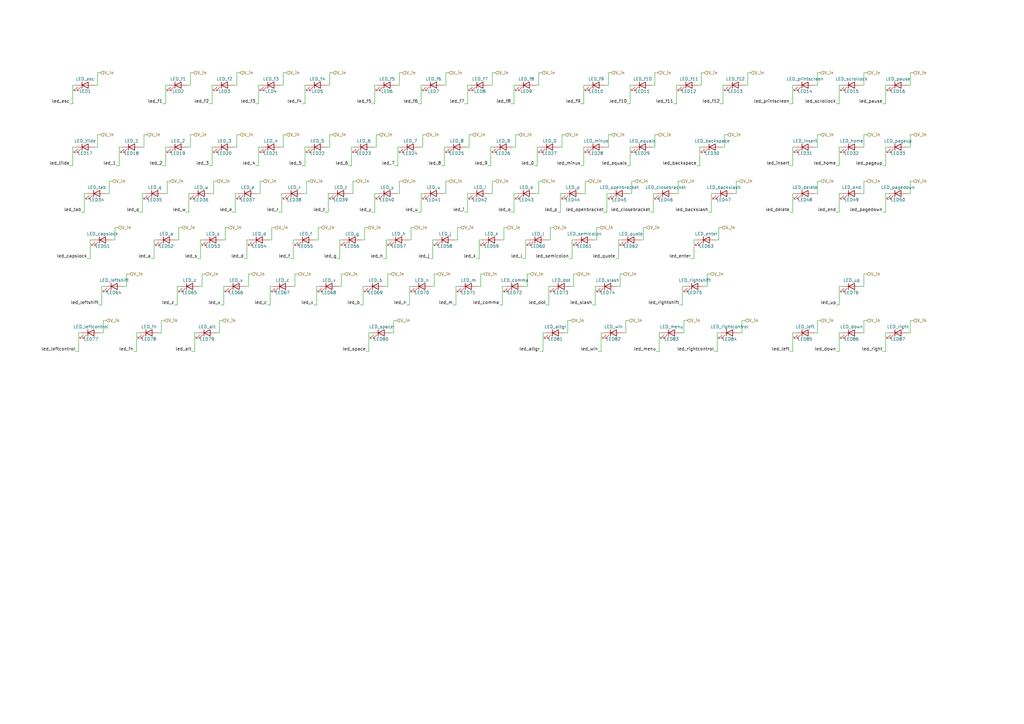
<source format=kicad_sch>
(kicad_sch (version 20250114) (generator "eeschema") (generator_version "9.0")
  (paper "A3")
  (symbol (lib_id "Device:LED") (at 34.92000 34.92000 0.00000) (unit 1)
    (property "Reference" "LED1" (at 34.92000 37.46000 0.00000))
    (property "Value" "LED_esc" (at 34.92000 32.38000 0.00000))
    (property "Footprint" "footprints:LED3mm" (effects (hide yes)))
    (property "Description" "Light emitting diode" (effects (hide yes)))
  )
  (wire (pts (xy 38.73000 34.92000) (xy 40.00000 34.92000)))
  (wire (pts (xy 40.00000 34.92000) (xy 40.00000 29.84000)))
  (wire (pts (xy 40.00000 29.84000) (xy 41.27000 29.84000)))
  (hierarchical_label "V_in" (shape input) (at 41.27000 29.84000 0.00000))
  (wire (pts (xy 31.11000 34.92000) (xy 29.84000 34.92000)))
  (wire (pts (xy 29.84000 34.92000) (xy 29.84000 42.54000)))
  (wire (pts (xy 29.84000 42.54000) (xy 28.57000 42.54000)))
  (label "led_esc" (at 28.57000 42.54000 180.00000))
  (symbol (lib_id "Device:LED") (at 73.03000 34.92000 0.00000) (unit 1)
    (property "Reference" "LED2" (at 73.03000 37.46000 0.00000))
    (property "Value" "LED_f1" (at 73.03000 32.38000 0.00000))
    (property "Footprint" "footprints:LED3mm" (effects (hide yes)))
    (property "Description" "Light emitting diode" (effects (hide yes)))
  )
  (wire (pts (xy 76.84000 34.92000) (xy 78.11000 34.92000)))
  (wire (pts (xy 78.11000 34.92000) (xy 78.11000 29.84000)))
  (wire (pts (xy 78.11000 29.84000) (xy 79.38000 29.84000)))
  (hierarchical_label "V_in" (shape input) (at 79.38000 29.84000 0.00000))
  (wire (pts (xy 69.22000 34.92000) (xy 67.95000 34.92000)))
  (wire (pts (xy 67.95000 34.92000) (xy 67.95000 42.54000)))
  (wire (pts (xy 67.95000 42.54000) (xy 66.68000 42.54000)))
  (label "led_f1" (at 66.68000 42.54000 180.00000))
  (symbol (lib_id "Device:LED") (at 92.07000 34.92000 0.00000) (unit 1)
    (property "Reference" "LED3" (at 92.07000 37.46000 0.00000))
    (property "Value" "LED_f2" (at 92.07000 32.38000 0.00000))
    (property "Footprint" "footprints:LED3mm" (effects (hide yes)))
    (property "Description" "Light emitting diode" (effects (hide yes)))
  )
  (wire (pts (xy 95.88000 34.92000) (xy 97.15000 34.92000)))
  (wire (pts (xy 97.15000 34.92000) (xy 97.15000 29.84000)))
  (wire (pts (xy 97.15000 29.84000) (xy 98.42000 29.84000)))
  (hierarchical_label "V_in" (shape input) (at 98.42000 29.84000 0.00000))
  (wire (pts (xy 88.26000 34.92000) (xy 86.99000 34.92000)))
  (wire (pts (xy 86.99000 34.92000) (xy 86.99000 42.54000)))
  (wire (pts (xy 86.99000 42.54000) (xy 85.72000 42.54000)))
  (label "led_f2" (at 85.72000 42.54000 180.00000))
  (symbol (lib_id "Device:LED") (at 111.12000 34.92000 0.00000) (unit 1)
    (property "Reference" "LED4" (at 111.12000 37.46000 0.00000))
    (property "Value" "LED_f3" (at 111.12000 32.38000 0.00000))
    (property "Footprint" "footprints:LED3mm" (effects (hide yes)))
    (property "Description" "Light emitting diode" (effects (hide yes)))
  )
  (wire (pts (xy 114.93000 34.92000) (xy 116.20000 34.92000)))
  (wire (pts (xy 116.20000 34.92000) (xy 116.20000 29.84000)))
  (wire (pts (xy 116.20000 29.84000) (xy 117.47000 29.84000)))
  (hierarchical_label "V_in" (shape input) (at 117.47000 29.84000 0.00000))
  (wire (pts (xy 107.31000 34.92000) (xy 106.04000 34.92000)))
  (wire (pts (xy 106.04000 34.92000) (xy 106.04000 42.54000)))
  (wire (pts (xy 106.04000 42.54000) (xy 104.77000 42.54000)))
  (label "led_f3" (at 104.77000 42.54000 180.00000))
  (symbol (lib_id "Device:LED") (at 130.18000 34.92000 0.00000) (unit 1)
    (property "Reference" "LED5" (at 130.18000 37.46000 0.00000))
    (property "Value" "LED_f4" (at 130.18000 32.38000 0.00000))
    (property "Footprint" "footprints:LED3mm" (effects (hide yes)))
    (property "Description" "Light emitting diode" (effects (hide yes)))
  )
  (wire (pts (xy 133.99000 34.92000) (xy 135.26000 34.92000)))
  (wire (pts (xy 135.26000 34.92000) (xy 135.26000 29.84000)))
  (wire (pts (xy 135.26000 29.84000) (xy 136.53000 29.84000)))
  (hierarchical_label "V_in" (shape input) (at 136.53000 29.84000 0.00000))
  (wire (pts (xy 126.37000 34.92000) (xy 125.10000 34.92000)))
  (wire (pts (xy 125.10000 34.92000) (xy 125.10000 42.54000)))
  (wire (pts (xy 125.10000 42.54000) (xy 123.83000 42.54000)))
  (label "led_f4" (at 123.83000 42.54000 180.00000))
  (symbol (lib_id "Device:LED") (at 158.75000 34.92000 0.00000) (unit 1)
    (property "Reference" "LED6" (at 158.75000 37.46000 0.00000))
    (property "Value" "LED_f5" (at 158.75000 32.38000 0.00000))
    (property "Footprint" "footprints:LED3mm" (effects (hide yes)))
    (property "Description" "Light emitting diode" (effects (hide yes)))
  )
  (wire (pts (xy 162.56000 34.92000) (xy 163.83000 34.92000)))
  (wire (pts (xy 163.83000 34.92000) (xy 163.83000 29.84000)))
  (wire (pts (xy 163.83000 29.84000) (xy 165.10000 29.84000)))
  (hierarchical_label "V_in" (shape input) (at 165.10000 29.84000 0.00000))
  (wire (pts (xy 154.94000 34.92000) (xy 153.67000 34.92000)))
  (wire (pts (xy 153.67000 34.92000) (xy 153.67000 42.54000)))
  (wire (pts (xy 153.67000 42.54000) (xy 152.40000 42.54000)))
  (label "led_f5" (at 152.40000 42.54000 180.00000))
  (symbol (lib_id "Device:LED") (at 177.80000 34.92000 0.00000) (unit 1)
    (property "Reference" "LED7" (at 177.80000 37.46000 0.00000))
    (property "Value" "LED_f6" (at 177.80000 32.38000 0.00000))
    (property "Footprint" "footprints:LED3mm" (effects (hide yes)))
    (property "Description" "Light emitting diode" (effects (hide yes)))
  )
  (wire (pts (xy 181.61000 34.92000) (xy 182.88000 34.92000)))
  (wire (pts (xy 182.88000 34.92000) (xy 182.88000 29.84000)))
  (wire (pts (xy 182.88000 29.84000) (xy 184.15000 29.84000)))
  (hierarchical_label "V_in" (shape input) (at 184.15000 29.84000 0.00000))
  (wire (pts (xy 173.99000 34.92000) (xy 172.72000 34.92000)))
  (wire (pts (xy 172.72000 34.92000) (xy 172.72000 42.54000)))
  (wire (pts (xy 172.72000 42.54000) (xy 171.45000 42.54000)))
  (label "led_f6" (at 171.45000 42.54000 180.00000))
  (symbol (lib_id "Device:LED") (at 196.85000 34.92000 0.00000) (unit 1)
    (property "Reference" "LED8" (at 196.85000 37.46000 0.00000))
    (property "Value" "LED_f7" (at 196.85000 32.38000 0.00000))
    (property "Footprint" "footprints:LED3mm" (effects (hide yes)))
    (property "Description" "Light emitting diode" (effects (hide yes)))
  )
  (wire (pts (xy 200.66000 34.92000) (xy 201.93000 34.92000)))
  (wire (pts (xy 201.93000 34.92000) (xy 201.93000 29.84000)))
  (wire (pts (xy 201.93000 29.84000) (xy 203.20000 29.84000)))
  (hierarchical_label "V_in" (shape input) (at 203.20000 29.84000 0.00000))
  (wire (pts (xy 193.04000 34.92000) (xy 191.77000 34.92000)))
  (wire (pts (xy 191.77000 34.92000) (xy 191.77000 42.54000)))
  (wire (pts (xy 191.77000 42.54000) (xy 190.50000 42.54000)))
  (label "led_f7" (at 190.50000 42.54000 180.00000))
  (symbol (lib_id "Device:LED") (at 215.90000 34.92000 0.00000) (unit 1)
    (property "Reference" "LED9" (at 215.90000 37.46000 0.00000))
    (property "Value" "LED_f8" (at 215.90000 32.38000 0.00000))
    (property "Footprint" "footprints:LED3mm" (effects (hide yes)))
    (property "Description" "Light emitting diode" (effects (hide yes)))
  )
  (wire (pts (xy 219.71000 34.92000) (xy 220.98000 34.92000)))
  (wire (pts (xy 220.98000 34.92000) (xy 220.98000 29.84000)))
  (wire (pts (xy 220.98000 29.84000) (xy 222.25000 29.84000)))
  (hierarchical_label "V_in" (shape input) (at 222.25000 29.84000 0.00000))
  (wire (pts (xy 212.09000 34.92000) (xy 210.82000 34.92000)))
  (wire (pts (xy 210.82000 34.92000) (xy 210.82000 42.54000)))
  (wire (pts (xy 210.82000 42.54000) (xy 209.55000 42.54000)))
  (label "led_f8" (at 209.55000 42.54000 180.00000))
  (symbol (lib_id "Device:LED") (at 244.48000 34.92000 0.00000) (unit 1)
    (property "Reference" "LED10" (at 244.48000 37.46000 0.00000))
    (property "Value" "LED_f9" (at 244.48000 32.38000 0.00000))
    (property "Footprint" "footprints:LED3mm" (effects (hide yes)))
    (property "Description" "Light emitting diode" (effects (hide yes)))
  )
  (wire (pts (xy 248.29000 34.92000) (xy 249.56000 34.92000)))
  (wire (pts (xy 249.56000 34.92000) (xy 249.56000 29.84000)))
  (wire (pts (xy 249.56000 29.84000) (xy 250.83000 29.84000)))
  (hierarchical_label "V_in" (shape input) (at 250.83000 29.84000 0.00000))
  (wire (pts (xy 240.67000 34.92000) (xy 239.40000 34.92000)))
  (wire (pts (xy 239.40000 34.92000) (xy 239.40000 42.54000)))
  (wire (pts (xy 239.40000 42.54000) (xy 238.13000 42.54000)))
  (label "led_f9" (at 238.13000 42.54000 180.00000))
  (symbol (lib_id "Device:LED") (at 263.52000 34.92000 0.00000) (unit 1)
    (property "Reference" "LED11" (at 263.52000 37.46000 0.00000))
    (property "Value" "LED_f10" (at 263.52000 32.38000 0.00000))
    (property "Footprint" "footprints:LED3mm" (effects (hide yes)))
    (property "Description" "Light emitting diode" (effects (hide yes)))
  )
  (wire (pts (xy 267.33000 34.92000) (xy 268.60000 34.92000)))
  (wire (pts (xy 268.60000 34.92000) (xy 268.60000 29.84000)))
  (wire (pts (xy 268.60000 29.84000) (xy 269.87000 29.84000)))
  (hierarchical_label "V_in" (shape input) (at 269.87000 29.84000 0.00000))
  (wire (pts (xy 259.71000 34.92000) (xy 258.44000 34.92000)))
  (wire (pts (xy 258.44000 34.92000) (xy 258.44000 42.54000)))
  (wire (pts (xy 258.44000 42.54000) (xy 257.17000 42.54000)))
  (label "led_f10" (at 257.17000 42.54000 180.00000))
  (symbol (lib_id "Device:LED") (at 282.57000 34.92000 0.00000) (unit 1)
    (property "Reference" "LED12" (at 282.57000 37.46000 0.00000))
    (property "Value" "LED_f11" (at 282.57000 32.38000 0.00000))
    (property "Footprint" "footprints:LED3mm" (effects (hide yes)))
    (property "Description" "Light emitting diode" (effects (hide yes)))
  )
  (wire (pts (xy 286.38000 34.92000) (xy 287.65000 34.92000)))
  (wire (pts (xy 287.65000 34.92000) (xy 287.65000 29.84000)))
  (wire (pts (xy 287.65000 29.84000) (xy 288.92000 29.84000)))
  (hierarchical_label "V_in" (shape input) (at 288.92000 29.84000 0.00000))
  (wire (pts (xy 278.76000 34.92000) (xy 277.49000 34.92000)))
  (wire (pts (xy 277.49000 34.92000) (xy 277.49000 42.54000)))
  (wire (pts (xy 277.49000 42.54000) (xy 276.22000 42.54000)))
  (label "led_f11" (at 276.22000 42.54000 180.00000))
  (symbol (lib_id "Device:LED") (at 301.62000 34.92000 0.00000) (unit 1)
    (property "Reference" "LED13" (at 301.62000 37.46000 0.00000))
    (property "Value" "LED_f12" (at 301.62000 32.38000 0.00000))
    (property "Footprint" "footprints:LED3mm" (effects (hide yes)))
    (property "Description" "Light emitting diode" (effects (hide yes)))
  )
  (wire (pts (xy 305.43000 34.92000) (xy 306.70000 34.92000)))
  (wire (pts (xy 306.70000 34.92000) (xy 306.70000 29.84000)))
  (wire (pts (xy 306.70000 29.84000) (xy 307.97000 29.84000)))
  (hierarchical_label "V_in" (shape input) (at 307.97000 29.84000 0.00000))
  (wire (pts (xy 297.81000 34.92000) (xy 296.54000 34.92000)))
  (wire (pts (xy 296.54000 34.92000) (xy 296.54000 42.54000)))
  (wire (pts (xy 296.54000 42.54000) (xy 295.27000 42.54000)))
  (label "led_f12" (at 295.27000 42.54000 180.00000))
  (symbol (lib_id "Device:LED") (at 330.20000 34.92000 0.00000) (unit 1)
    (property "Reference" "LED14" (at 330.20000 37.46000 0.00000))
    (property "Value" "LED_printscreen" (at 330.20000 32.38000 0.00000))
    (property "Footprint" "footprints:LED3mm" (effects (hide yes)))
    (property "Description" "Light emitting diode" (effects (hide yes)))
  )
  (wire (pts (xy 334.01000 34.92000) (xy 335.28000 34.92000)))
  (wire (pts (xy 335.28000 34.92000) (xy 335.28000 29.84000)))
  (wire (pts (xy 335.28000 29.84000) (xy 336.55000 29.84000)))
  (hierarchical_label "V_in" (shape input) (at 336.55000 29.84000 0.00000))
  (wire (pts (xy 326.39000 34.92000) (xy 325.12000 34.92000)))
  (wire (pts (xy 325.12000 34.92000) (xy 325.12000 42.54000)))
  (wire (pts (xy 325.12000 42.54000) (xy 323.85000 42.54000)))
  (label "led_printscreen" (at 323.85000 42.54000 180.00000))
  (symbol (lib_id "Device:LED") (at 349.25000 34.92000 0.00000) (unit 1)
    (property "Reference" "LED15" (at 349.25000 37.46000 0.00000))
    (property "Value" "LED_scrollock" (at 349.25000 32.38000 0.00000))
    (property "Footprint" "footprints:LED3mm" (effects (hide yes)))
    (property "Description" "Light emitting diode" (effects (hide yes)))
  )
  (wire (pts (xy 353.06000 34.92000) (xy 354.33000 34.92000)))
  (wire (pts (xy 354.33000 34.92000) (xy 354.33000 29.84000)))
  (wire (pts (xy 354.33000 29.84000) (xy 355.60000 29.84000)))
  (hierarchical_label "V_in" (shape input) (at 355.60000 29.84000 0.00000))
  (wire (pts (xy 345.44000 34.92000) (xy 344.17000 34.92000)))
  (wire (pts (xy 344.17000 34.92000) (xy 344.17000 42.54000)))
  (wire (pts (xy 344.17000 42.54000) (xy 342.90000 42.54000)))
  (label "led_scrollock" (at 342.90000 42.54000 180.00000))
  (symbol (lib_id "Device:LED") (at 368.30000 34.92000 0.00000) (unit 1)
    (property "Reference" "LED16" (at 368.30000 37.46000 0.00000))
    (property "Value" "LED_pause" (at 368.30000 32.38000 0.00000))
    (property "Footprint" "footprints:LED3mm" (effects (hide yes)))
    (property "Description" "Light emitting diode" (effects (hide yes)))
  )
  (wire (pts (xy 372.11000 34.92000) (xy 373.38000 34.92000)))
  (wire (pts (xy 373.38000 34.92000) (xy 373.38000 29.84000)))
  (wire (pts (xy 373.38000 29.84000) (xy 374.65000 29.84000)))
  (hierarchical_label "V_in" (shape input) (at 374.65000 29.84000 0.00000))
  (wire (pts (xy 364.49000 34.92000) (xy 363.22000 34.92000)))
  (wire (pts (xy 363.22000 34.92000) (xy 363.22000 42.54000)))
  (wire (pts (xy 363.22000 42.54000) (xy 361.95000 42.54000)))
  (label "led_pause" (at 361.95000 42.54000 180.00000))
  (symbol (lib_id "Device:LED") (at 34.92000 60.32000 0.00000) (unit 1)
    (property "Reference" "LED17" (at 34.92000 62.86000 0.00000))
    (property "Value" "LED_tilde" (at 34.92000 57.78000 0.00000))
    (property "Footprint" "footprints:LED3mm" (effects (hide yes)))
    (property "Description" "Light emitting diode" (effects (hide yes)))
  )
  (wire (pts (xy 38.73000 60.32000) (xy 40.00000 60.32000)))
  (wire (pts (xy 40.00000 60.32000) (xy 40.00000 55.24000)))
  (wire (pts (xy 40.00000 55.24000) (xy 41.27000 55.24000)))
  (hierarchical_label "V_in" (shape input) (at 41.27000 55.24000 0.00000))
  (wire (pts (xy 31.11000 60.32000) (xy 29.84000 60.32000)))
  (wire (pts (xy 29.84000 60.32000) (xy 29.84000 67.94000)))
  (wire (pts (xy 29.84000 67.94000) (xy 28.57000 67.94000)))
  (label "led_tilde" (at 28.57000 67.94000 180.00000))
  (symbol (lib_id "Device:LED") (at 53.98000 60.32000 0.00000) (unit 1)
    (property "Reference" "LED18" (at 53.98000 62.86000 0.00000))
    (property "Value" "LED_1" (at 53.98000 57.78000 0.00000))
    (property "Footprint" "footprints:LED3mm" (effects (hide yes)))
    (property "Description" "Light emitting diode" (effects (hide yes)))
  )
  (wire (pts (xy 57.79000 60.32000) (xy 59.06000 60.32000)))
  (wire (pts (xy 59.06000 60.32000) (xy 59.06000 55.24000)))
  (wire (pts (xy 59.06000 55.24000) (xy 60.33000 55.24000)))
  (hierarchical_label "V_in" (shape input) (at 60.33000 55.24000 0.00000))
  (wire (pts (xy 50.17000 60.32000) (xy 48.90000 60.32000)))
  (wire (pts (xy 48.90000 60.32000) (xy 48.90000 67.94000)))
  (wire (pts (xy 48.90000 67.94000) (xy 47.63000 67.94000)))
  (label "led_1" (at 47.63000 67.94000 180.00000))
  (symbol (lib_id "Device:LED") (at 73.03000 60.32000 0.00000) (unit 1)
    (property "Reference" "LED19" (at 73.03000 62.86000 0.00000))
    (property "Value" "LED_2" (at 73.03000 57.78000 0.00000))
    (property "Footprint" "footprints:LED3mm" (effects (hide yes)))
    (property "Description" "Light emitting diode" (effects (hide yes)))
  )
  (wire (pts (xy 76.84000 60.32000) (xy 78.11000 60.32000)))
  (wire (pts (xy 78.11000 60.32000) (xy 78.11000 55.24000)))
  (wire (pts (xy 78.11000 55.24000) (xy 79.38000 55.24000)))
  (hierarchical_label "V_in" (shape input) (at 79.38000 55.24000 0.00000))
  (wire (pts (xy 69.22000 60.32000) (xy 67.95000 60.32000)))
  (wire (pts (xy 67.95000 60.32000) (xy 67.95000 67.94000)))
  (wire (pts (xy 67.95000 67.94000) (xy 66.68000 67.94000)))
  (label "led_2" (at 66.68000 67.94000 180.00000))
  (symbol (lib_id "Device:LED") (at 92.07000 60.32000 0.00000) (unit 1)
    (property "Reference" "LED20" (at 92.07000 62.86000 0.00000))
    (property "Value" "LED_3" (at 92.07000 57.78000 0.00000))
    (property "Footprint" "footprints:LED3mm" (effects (hide yes)))
    (property "Description" "Light emitting diode" (effects (hide yes)))
  )
  (wire (pts (xy 95.88000 60.32000) (xy 97.15000 60.32000)))
  (wire (pts (xy 97.15000 60.32000) (xy 97.15000 55.24000)))
  (wire (pts (xy 97.15000 55.24000) (xy 98.42000 55.24000)))
  (hierarchical_label "V_in" (shape input) (at 98.42000 55.24000 0.00000))
  (wire (pts (xy 88.26000 60.32000) (xy 86.99000 60.32000)))
  (wire (pts (xy 86.99000 60.32000) (xy 86.99000 67.94000)))
  (wire (pts (xy 86.99000 67.94000) (xy 85.72000 67.94000)))
  (label "led_3" (at 85.72000 67.94000 180.00000))
  (symbol (lib_id "Device:LED") (at 111.12000 60.32000 0.00000) (unit 1)
    (property "Reference" "LED21" (at 111.12000 62.86000 0.00000))
    (property "Value" "LED_4" (at 111.12000 57.78000 0.00000))
    (property "Footprint" "footprints:LED3mm" (effects (hide yes)))
    (property "Description" "Light emitting diode" (effects (hide yes)))
  )
  (wire (pts (xy 114.93000 60.32000) (xy 116.20000 60.32000)))
  (wire (pts (xy 116.20000 60.32000) (xy 116.20000 55.24000)))
  (wire (pts (xy 116.20000 55.24000) (xy 117.47000 55.24000)))
  (hierarchical_label "V_in" (shape input) (at 117.47000 55.24000 0.00000))
  (wire (pts (xy 107.31000 60.32000) (xy 106.04000 60.32000)))
  (wire (pts (xy 106.04000 60.32000) (xy 106.04000 67.94000)))
  (wire (pts (xy 106.04000 67.94000) (xy 104.77000 67.94000)))
  (label "led_4" (at 104.77000 67.94000 180.00000))
  (symbol (lib_id "Device:LED") (at 130.18000 60.32000 0.00000) (unit 1)
    (property "Reference" "LED22" (at 130.18000 62.86000 0.00000))
    (property "Value" "LED_5" (at 130.18000 57.78000 0.00000))
    (property "Footprint" "footprints:LED3mm" (effects (hide yes)))
    (property "Description" "Light emitting diode" (effects (hide yes)))
  )
  (wire (pts (xy 133.99000 60.32000) (xy 135.26000 60.32000)))
  (wire (pts (xy 135.26000 60.32000) (xy 135.26000 55.24000)))
  (wire (pts (xy 135.26000 55.24000) (xy 136.53000 55.24000)))
  (hierarchical_label "V_in" (shape input) (at 136.53000 55.24000 0.00000))
  (wire (pts (xy 126.37000 60.32000) (xy 125.10000 60.32000)))
  (wire (pts (xy 125.10000 60.32000) (xy 125.10000 67.94000)))
  (wire (pts (xy 125.10000 67.94000) (xy 123.83000 67.94000)))
  (label "led_5" (at 123.83000 67.94000 180.00000))
  (symbol (lib_id "Device:LED") (at 149.22000 60.32000 0.00000) (unit 1)
    (property "Reference" "LED23" (at 149.22000 62.86000 0.00000))
    (property "Value" "LED_6" (at 149.22000 57.78000 0.00000))
    (property "Footprint" "footprints:LED3mm" (effects (hide yes)))
    (property "Description" "Light emitting diode" (effects (hide yes)))
  )
  (wire (pts (xy 153.03000 60.32000) (xy 154.30000 60.32000)))
  (wire (pts (xy 154.30000 60.32000) (xy 154.30000 55.24000)))
  (wire (pts (xy 154.30000 55.24000) (xy 155.57000 55.24000)))
  (hierarchical_label "V_in" (shape input) (at 155.57000 55.24000 0.00000))
  (wire (pts (xy 145.41000 60.32000) (xy 144.14000 60.32000)))
  (wire (pts (xy 144.14000 60.32000) (xy 144.14000 67.94000)))
  (wire (pts (xy 144.14000 67.94000) (xy 142.87000 67.94000)))
  (label "led_6" (at 142.87000 67.94000 180.00000))
  (symbol (lib_id "Device:LED") (at 168.28000 60.32000 0.00000) (unit 1)
    (property "Reference" "LED24" (at 168.28000 62.86000 0.00000))
    (property "Value" "LED_7" (at 168.28000 57.78000 0.00000))
    (property "Footprint" "footprints:LED3mm" (effects (hide yes)))
    (property "Description" "Light emitting diode" (effects (hide yes)))
  )
  (wire (pts (xy 172.09000 60.32000) (xy 173.36000 60.32000)))
  (wire (pts (xy 173.36000 60.32000) (xy 173.36000 55.24000)))
  (wire (pts (xy 173.36000 55.24000) (xy 174.63000 55.24000)))
  (hierarchical_label "V_in" (shape input) (at 174.63000 55.24000 0.00000))
  (wire (pts (xy 164.47000 60.32000) (xy 163.20000 60.32000)))
  (wire (pts (xy 163.20000 60.32000) (xy 163.20000 67.94000)))
  (wire (pts (xy 163.20000 67.94000) (xy 161.93000 67.94000)))
  (label "led_7" (at 161.93000 67.94000 180.00000))
  (symbol (lib_id "Device:LED") (at 187.33000 60.32000 0.00000) (unit 1)
    (property "Reference" "LED25" (at 187.33000 62.86000 0.00000))
    (property "Value" "LED_8" (at 187.33000 57.78000 0.00000))
    (property "Footprint" "footprints:LED3mm" (effects (hide yes)))
    (property "Description" "Light emitting diode" (effects (hide yes)))
  )
  (wire (pts (xy 191.14000 60.32000) (xy 192.41000 60.32000)))
  (wire (pts (xy 192.41000 60.32000) (xy 192.41000 55.24000)))
  (wire (pts (xy 192.41000 55.24000) (xy 193.68000 55.24000)))
  (hierarchical_label "V_in" (shape input) (at 193.68000 55.24000 0.00000))
  (wire (pts (xy 183.52000 60.32000) (xy 182.25000 60.32000)))
  (wire (pts (xy 182.25000 60.32000) (xy 182.25000 67.94000)))
  (wire (pts (xy 182.25000 67.94000) (xy 180.98000 67.94000)))
  (label "led_8" (at 180.98000 67.94000 180.00000))
  (symbol (lib_id "Device:LED") (at 206.38000 60.32000 0.00000) (unit 1)
    (property "Reference" "LED26" (at 206.38000 62.86000 0.00000))
    (property "Value" "LED_9" (at 206.38000 57.78000 0.00000))
    (property "Footprint" "footprints:LED3mm" (effects (hide yes)))
    (property "Description" "Light emitting diode" (effects (hide yes)))
  )
  (wire (pts (xy 210.19000 60.32000) (xy 211.46000 60.32000)))
  (wire (pts (xy 211.46000 60.32000) (xy 211.46000 55.24000)))
  (wire (pts (xy 211.46000 55.24000) (xy 212.73000 55.24000)))
  (hierarchical_label "V_in" (shape input) (at 212.73000 55.24000 0.00000))
  (wire (pts (xy 202.57000 60.32000) (xy 201.30000 60.32000)))
  (wire (pts (xy 201.30000 60.32000) (xy 201.30000 67.94000)))
  (wire (pts (xy 201.30000 67.94000) (xy 200.03000 67.94000)))
  (label "led_9" (at 200.03000 67.94000 180.00000))
  (symbol (lib_id "Device:LED") (at 225.43000 60.32000 0.00000) (unit 1)
    (property "Reference" "LED27" (at 225.43000 62.86000 0.00000))
    (property "Value" "LED_0" (at 225.43000 57.78000 0.00000))
    (property "Footprint" "footprints:LED3mm" (effects (hide yes)))
    (property "Description" "Light emitting diode" (effects (hide yes)))
  )
  (wire (pts (xy 229.24000 60.32000) (xy 230.51000 60.32000)))
  (wire (pts (xy 230.51000 60.32000) (xy 230.51000 55.24000)))
  (wire (pts (xy 230.51000 55.24000) (xy 231.78000 55.24000)))
  (hierarchical_label "V_in" (shape input) (at 231.78000 55.24000 0.00000))
  (wire (pts (xy 221.62000 60.32000) (xy 220.35000 60.32000)))
  (wire (pts (xy 220.35000 60.32000) (xy 220.35000 67.94000)))
  (wire (pts (xy 220.35000 67.94000) (xy 219.08000 67.94000)))
  (label "led_0" (at 219.08000 67.94000 180.00000))
  (symbol (lib_id "Device:LED") (at 244.48000 60.32000 0.00000) (unit 1)
    (property "Reference" "LED28" (at 244.48000 62.86000 0.00000))
    (property "Value" "LED_minus" (at 244.48000 57.78000 0.00000))
    (property "Footprint" "footprints:LED3mm" (effects (hide yes)))
    (property "Description" "Light emitting diode" (effects (hide yes)))
  )
  (wire (pts (xy 248.29000 60.32000) (xy 249.56000 60.32000)))
  (wire (pts (xy 249.56000 60.32000) (xy 249.56000 55.24000)))
  (wire (pts (xy 249.56000 55.24000) (xy 250.83000 55.24000)))
  (hierarchical_label "V_in" (shape input) (at 250.83000 55.24000 0.00000))
  (wire (pts (xy 240.67000 60.32000) (xy 239.40000 60.32000)))
  (wire (pts (xy 239.40000 60.32000) (xy 239.40000 67.94000)))
  (wire (pts (xy 239.40000 67.94000) (xy 238.13000 67.94000)))
  (label "led_minus" (at 238.13000 67.94000 180.00000))
  (symbol (lib_id "Device:LED") (at 263.52000 60.32000 0.00000) (unit 1)
    (property "Reference" "LED29" (at 263.52000 62.86000 0.00000))
    (property "Value" "LED_equals" (at 263.52000 57.78000 0.00000))
    (property "Footprint" "footprints:LED3mm" (effects (hide yes)))
    (property "Description" "Light emitting diode" (effects (hide yes)))
  )
  (wire (pts (xy 267.33000 60.32000) (xy 268.60000 60.32000)))
  (wire (pts (xy 268.60000 60.32000) (xy 268.60000 55.24000)))
  (wire (pts (xy 268.60000 55.24000) (xy 269.87000 55.24000)))
  (hierarchical_label "V_in" (shape input) (at 269.87000 55.24000 0.00000))
  (wire (pts (xy 259.71000 60.32000) (xy 258.44000 60.32000)))
  (wire (pts (xy 258.44000 60.32000) (xy 258.44000 67.94000)))
  (wire (pts (xy 258.44000 67.94000) (xy 257.17000 67.94000)))
  (label "led_equals" (at 257.17000 67.94000 180.00000))
  (symbol (lib_id "Device:LED") (at 292.10000 60.32000 0.00000) (unit 1)
    (property "Reference" "LED30" (at 292.10000 62.86000 0.00000))
    (property "Value" "LED_backspace" (at 292.10000 57.78000 0.00000))
    (property "Footprint" "footprints:LED3mm" (effects (hide yes)))
    (property "Description" "Light emitting diode" (effects (hide yes)))
  )
  (wire (pts (xy 295.91000 60.32000) (xy 297.18000 60.32000)))
  (wire (pts (xy 297.18000 60.32000) (xy 297.18000 55.24000)))
  (wire (pts (xy 297.18000 55.24000) (xy 298.45000 55.24000)))
  (hierarchical_label "V_in" (shape input) (at 298.45000 55.24000 0.00000))
  (wire (pts (xy 288.29000 60.32000) (xy 287.02000 60.32000)))
  (wire (pts (xy 287.02000 60.32000) (xy 287.02000 67.94000)))
  (wire (pts (xy 287.02000 67.94000) (xy 285.75000 67.94000)))
  (label "led_backspace" (at 285.75000 67.94000 180.00000))
  (symbol (lib_id "Device:LED") (at 330.20000 60.32000 0.00000) (unit 1)
    (property "Reference" "LED31" (at 330.20000 62.86000 0.00000))
    (property "Value" "LED_insert" (at 330.20000 57.78000 0.00000))
    (property "Footprint" "footprints:LED3mm" (effects (hide yes)))
    (property "Description" "Light emitting diode" (effects (hide yes)))
  )
  (wire (pts (xy 334.01000 60.32000) (xy 335.28000 60.32000)))
  (wire (pts (xy 335.28000 60.32000) (xy 335.28000 55.24000)))
  (wire (pts (xy 335.28000 55.24000) (xy 336.55000 55.24000)))
  (hierarchical_label "V_in" (shape input) (at 336.55000 55.24000 0.00000))
  (wire (pts (xy 326.39000 60.32000) (xy 325.12000 60.32000)))
  (wire (pts (xy 325.12000 60.32000) (xy 325.12000 67.94000)))
  (wire (pts (xy 325.12000 67.94000) (xy 323.85000 67.94000)))
  (label "led_insert" (at 323.85000 67.94000 180.00000))
  (symbol (lib_id "Device:LED") (at 349.25000 60.32000 0.00000) (unit 1)
    (property "Reference" "LED32" (at 349.25000 62.86000 0.00000))
    (property "Value" "LED_home" (at 349.25000 57.78000 0.00000))
    (property "Footprint" "footprints:LED3mm" (effects (hide yes)))
    (property "Description" "Light emitting diode" (effects (hide yes)))
  )
  (wire (pts (xy 353.06000 60.32000) (xy 354.33000 60.32000)))
  (wire (pts (xy 354.33000 60.32000) (xy 354.33000 55.24000)))
  (wire (pts (xy 354.33000 55.24000) (xy 355.60000 55.24000)))
  (hierarchical_label "V_in" (shape input) (at 355.60000 55.24000 0.00000))
  (wire (pts (xy 345.44000 60.32000) (xy 344.17000 60.32000)))
  (wire (pts (xy 344.17000 60.32000) (xy 344.17000 67.94000)))
  (wire (pts (xy 344.17000 67.94000) (xy 342.90000 67.94000)))
  (label "led_home" (at 342.90000 67.94000 180.00000))
  (symbol (lib_id "Device:LED") (at 368.30000 60.32000 0.00000) (unit 1)
    (property "Reference" "LED33" (at 368.30000 62.86000 0.00000))
    (property "Value" "LED_pageup" (at 368.30000 57.78000 0.00000))
    (property "Footprint" "footprints:LED3mm" (effects (hide yes)))
    (property "Description" "Light emitting diode" (effects (hide yes)))
  )
  (wire (pts (xy 372.11000 60.32000) (xy 373.38000 60.32000)))
  (wire (pts (xy 373.38000 60.32000) (xy 373.38000 55.24000)))
  (wire (pts (xy 373.38000 55.24000) (xy 374.65000 55.24000)))
  (hierarchical_label "V_in" (shape input) (at 374.65000 55.24000 0.00000))
  (wire (pts (xy 364.49000 60.32000) (xy 363.22000 60.32000)))
  (wire (pts (xy 363.22000 60.32000) (xy 363.22000 67.94000)))
  (wire (pts (xy 363.22000 67.94000) (xy 361.95000 67.94000)))
  (label "led_pageup" (at 361.95000 67.94000 180.00000))
  (symbol (lib_id "Device:LED") (at 39.69000 79.38000 0.00000) (unit 1)
    (property "Reference" "LED34" (at 39.69000 81.92000 0.00000))
    (property "Value" "LED_tab" (at 39.69000 76.84000 0.00000))
    (property "Footprint" "footprints:LED3mm" (effects (hide yes)))
    (property "Description" "Light emitting diode" (effects (hide yes)))
  )
  (wire (pts (xy 43.50000 79.38000) (xy 44.77000 79.38000)))
  (wire (pts (xy 44.77000 79.38000) (xy 44.77000 74.30000)))
  (wire (pts (xy 44.77000 74.30000) (xy 46.04000 74.30000)))
  (hierarchical_label "V_in" (shape input) (at 46.04000 74.30000 0.00000))
  (wire (pts (xy 35.88000 79.38000) (xy 34.61000 79.38000)))
  (wire (pts (xy 34.61000 79.38000) (xy 34.61000 87.00000)))
  (wire (pts (xy 34.61000 87.00000) (xy 33.34000 87.00000)))
  (label "led_tab" (at 33.34000 87.00000 180.00000))
  (symbol (lib_id "Device:LED") (at 63.50000 79.38000 0.00000) (unit 1)
    (property "Reference" "LED35" (at 63.50000 81.92000 0.00000))
    (property "Value" "LED_q" (at 63.50000 76.84000 0.00000))
    (property "Footprint" "footprints:LED3mm" (effects (hide yes)))
    (property "Description" "Light emitting diode" (effects (hide yes)))
  )
  (wire (pts (xy 67.31000 79.38000) (xy 68.58000 79.38000)))
  (wire (pts (xy 68.58000 79.38000) (xy 68.58000 74.30000)))
  (wire (pts (xy 68.58000 74.30000) (xy 69.85000 74.30000)))
  (hierarchical_label "V_in" (shape input) (at 69.85000 74.30000 0.00000))
  (wire (pts (xy 59.69000 79.38000) (xy 58.42000 79.38000)))
  (wire (pts (xy 58.42000 79.38000) (xy 58.42000 87.00000)))
  (wire (pts (xy 58.42000 87.00000) (xy 57.15000 87.00000)))
  (label "led_q" (at 57.15000 87.00000 180.00000))
  (symbol (lib_id "Device:LED") (at 82.55000 79.38000 0.00000) (unit 1)
    (property "Reference" "LED36" (at 82.55000 81.92000 0.00000))
    (property "Value" "LED_w" (at 82.55000 76.84000 0.00000))
    (property "Footprint" "footprints:LED3mm" (effects (hide yes)))
    (property "Description" "Light emitting diode" (effects (hide yes)))
  )
  (wire (pts (xy 86.36000 79.38000) (xy 87.63000 79.38000)))
  (wire (pts (xy 87.63000 79.38000) (xy 87.63000 74.30000)))
  (wire (pts (xy 87.63000 74.30000) (xy 88.90000 74.30000)))
  (hierarchical_label "V_in" (shape input) (at 88.90000 74.30000 0.00000))
  (wire (pts (xy 78.74000 79.38000) (xy 77.47000 79.38000)))
  (wire (pts (xy 77.47000 79.38000) (xy 77.47000 87.00000)))
  (wire (pts (xy 77.47000 87.00000) (xy 76.20000 87.00000)))
  (label "led_w" (at 76.20000 87.00000 180.00000))
  (symbol (lib_id "Device:LED") (at 101.60000 79.38000 0.00000) (unit 1)
    (property "Reference" "LED37" (at 101.60000 81.92000 0.00000))
    (property "Value" "LED_e" (at 101.60000 76.84000 0.00000))
    (property "Footprint" "footprints:LED3mm" (effects (hide yes)))
    (property "Description" "Light emitting diode" (effects (hide yes)))
  )
  (wire (pts (xy 105.41000 79.38000) (xy 106.68000 79.38000)))
  (wire (pts (xy 106.68000 79.38000) (xy 106.68000 74.30000)))
  (wire (pts (xy 106.68000 74.30000) (xy 107.95000 74.30000)))
  (hierarchical_label "V_in" (shape input) (at 107.95000 74.30000 0.00000))
  (wire (pts (xy 97.79000 79.38000) (xy 96.52000 79.38000)))
  (wire (pts (xy 96.52000 79.38000) (xy 96.52000 87.00000)))
  (wire (pts (xy 96.52000 87.00000) (xy 95.25000 87.00000)))
  (label "led_e" (at 95.25000 87.00000 180.00000))
  (symbol (lib_id "Device:LED") (at 120.65000 79.38000 0.00000) (unit 1)
    (property "Reference" "LED38" (at 120.65000 81.92000 0.00000))
    (property "Value" "LED_r" (at 120.65000 76.84000 0.00000))
    (property "Footprint" "footprints:LED3mm" (effects (hide yes)))
    (property "Description" "Light emitting diode" (effects (hide yes)))
  )
  (wire (pts (xy 124.46000 79.38000) (xy 125.73000 79.38000)))
  (wire (pts (xy 125.73000 79.38000) (xy 125.73000 74.30000)))
  (wire (pts (xy 125.73000 74.30000) (xy 127.00000 74.30000)))
  (hierarchical_label "V_in" (shape input) (at 127.00000 74.30000 0.00000))
  (wire (pts (xy 116.84000 79.38000) (xy 115.57000 79.38000)))
  (wire (pts (xy 115.57000 79.38000) (xy 115.57000 87.00000)))
  (wire (pts (xy 115.57000 87.00000) (xy 114.30000 87.00000)))
  (label "led_r" (at 114.30000 87.00000 180.00000))
  (symbol (lib_id "Device:LED") (at 139.70000 79.38000 0.00000) (unit 1)
    (property "Reference" "LED39" (at 139.70000 81.92000 0.00000))
    (property "Value" "LED_t" (at 139.70000 76.84000 0.00000))
    (property "Footprint" "footprints:LED3mm" (effects (hide yes)))
    (property "Description" "Light emitting diode" (effects (hide yes)))
  )
  (wire (pts (xy 143.51000 79.38000) (xy 144.78000 79.38000)))
  (wire (pts (xy 144.78000 79.38000) (xy 144.78000 74.30000)))
  (wire (pts (xy 144.78000 74.30000) (xy 146.05000 74.30000)))
  (hierarchical_label "V_in" (shape input) (at 146.05000 74.30000 0.00000))
  (wire (pts (xy 135.89000 79.38000) (xy 134.62000 79.38000)))
  (wire (pts (xy 134.62000 79.38000) (xy 134.62000 87.00000)))
  (wire (pts (xy 134.62000 87.00000) (xy 133.35000 87.00000)))
  (label "led_t" (at 133.35000 87.00000 180.00000))
  (symbol (lib_id "Device:LED") (at 158.75000 79.38000 0.00000) (unit 1)
    (property "Reference" "LED40" (at 158.75000 81.92000 0.00000))
    (property "Value" "LED_y" (at 158.75000 76.84000 0.00000))
    (property "Footprint" "footprints:LED3mm" (effects (hide yes)))
    (property "Description" "Light emitting diode" (effects (hide yes)))
  )
  (wire (pts (xy 162.56000 79.38000) (xy 163.83000 79.38000)))
  (wire (pts (xy 163.83000 79.38000) (xy 163.83000 74.30000)))
  (wire (pts (xy 163.83000 74.30000) (xy 165.10000 74.30000)))
  (hierarchical_label "V_in" (shape input) (at 165.10000 74.30000 0.00000))
  (wire (pts (xy 154.94000 79.38000) (xy 153.67000 79.38000)))
  (wire (pts (xy 153.67000 79.38000) (xy 153.67000 87.00000)))
  (wire (pts (xy 153.67000 87.00000) (xy 152.40000 87.00000)))
  (label "led_y" (at 152.40000 87.00000 180.00000))
  (symbol (lib_id "Device:LED") (at 177.80000 79.38000 0.00000) (unit 1)
    (property "Reference" "LED41" (at 177.80000 81.92000 0.00000))
    (property "Value" "LED_u" (at 177.80000 76.84000 0.00000))
    (property "Footprint" "footprints:LED3mm" (effects (hide yes)))
    (property "Description" "Light emitting diode" (effects (hide yes)))
  )
  (wire (pts (xy 181.61000 79.38000) (xy 182.88000 79.38000)))
  (wire (pts (xy 182.88000 79.38000) (xy 182.88000 74.30000)))
  (wire (pts (xy 182.88000 74.30000) (xy 184.15000 74.30000)))
  (hierarchical_label "V_in" (shape input) (at 184.15000 74.30000 0.00000))
  (wire (pts (xy 173.99000 79.38000) (xy 172.72000 79.38000)))
  (wire (pts (xy 172.72000 79.38000) (xy 172.72000 87.00000)))
  (wire (pts (xy 172.72000 87.00000) (xy 171.45000 87.00000)))
  (label "led_u" (at 171.45000 87.00000 180.00000))
  (symbol (lib_id "Device:LED") (at 196.85000 79.38000 0.00000) (unit 1)
    (property "Reference" "LED42" (at 196.85000 81.92000 0.00000))
    (property "Value" "LED_i" (at 196.85000 76.84000 0.00000))
    (property "Footprint" "footprints:LED3mm" (effects (hide yes)))
    (property "Description" "Light emitting diode" (effects (hide yes)))
  )
  (wire (pts (xy 200.66000 79.38000) (xy 201.93000 79.38000)))
  (wire (pts (xy 201.93000 79.38000) (xy 201.93000 74.30000)))
  (wire (pts (xy 201.93000 74.30000) (xy 203.20000 74.30000)))
  (hierarchical_label "V_in" (shape input) (at 203.20000 74.30000 0.00000))
  (wire (pts (xy 193.04000 79.38000) (xy 191.77000 79.38000)))
  (wire (pts (xy 191.77000 79.38000) (xy 191.77000 87.00000)))
  (wire (pts (xy 191.77000 87.00000) (xy 190.50000 87.00000)))
  (label "led_i" (at 190.50000 87.00000 180.00000))
  (symbol (lib_id "Device:LED") (at 215.90000 79.38000 0.00000) (unit 1)
    (property "Reference" "LED43" (at 215.90000 81.92000 0.00000))
    (property "Value" "LED_o" (at 215.90000 76.84000 0.00000))
    (property "Footprint" "footprints:LED3mm" (effects (hide yes)))
    (property "Description" "Light emitting diode" (effects (hide yes)))
  )
  (wire (pts (xy 219.71000 79.38000) (xy 220.98000 79.38000)))
  (wire (pts (xy 220.98000 79.38000) (xy 220.98000 74.30000)))
  (wire (pts (xy 220.98000 74.30000) (xy 222.25000 74.30000)))
  (hierarchical_label "V_in" (shape input) (at 222.25000 74.30000 0.00000))
  (wire (pts (xy 212.09000 79.38000) (xy 210.82000 79.38000)))
  (wire (pts (xy 210.82000 79.38000) (xy 210.82000 87.00000)))
  (wire (pts (xy 210.82000 87.00000) (xy 209.55000 87.00000)))
  (label "led_o" (at 209.55000 87.00000 180.00000))
  (symbol (lib_id "Device:LED") (at 234.95000 79.38000 0.00000) (unit 1)
    (property "Reference" "LED44" (at 234.95000 81.92000 0.00000))
    (property "Value" "LED_p" (at 234.95000 76.84000 0.00000))
    (property "Footprint" "footprints:LED3mm" (effects (hide yes)))
    (property "Description" "Light emitting diode" (effects (hide yes)))
  )
  (wire (pts (xy 238.76000 79.38000) (xy 240.03000 79.38000)))
  (wire (pts (xy 240.03000 79.38000) (xy 240.03000 74.30000)))
  (wire (pts (xy 240.03000 74.30000) (xy 241.30000 74.30000)))
  (hierarchical_label "V_in" (shape input) (at 241.30000 74.30000 0.00000))
  (wire (pts (xy 231.14000 79.38000) (xy 229.87000 79.38000)))
  (wire (pts (xy 229.87000 79.38000) (xy 229.87000 87.00000)))
  (wire (pts (xy 229.87000 87.00000) (xy 228.60000 87.00000)))
  (label "led_p" (at 228.60000 87.00000 180.00000))
  (symbol (lib_id "Device:LED") (at 254.00000 79.38000 0.00000) (unit 1)
    (property "Reference" "LED45" (at 254.00000 81.92000 0.00000))
    (property "Value" "LED_openbracket" (at 254.00000 76.84000 0.00000))
    (property "Footprint" "footprints:LED3mm" (effects (hide yes)))
    (property "Description" "Light emitting diode" (effects (hide yes)))
  )
  (wire (pts (xy 257.81000 79.38000) (xy 259.08000 79.38000)))
  (wire (pts (xy 259.08000 79.38000) (xy 259.08000 74.30000)))
  (wire (pts (xy 259.08000 74.30000) (xy 260.35000 74.30000)))
  (hierarchical_label "V_in" (shape input) (at 260.35000 74.30000 0.00000))
  (wire (pts (xy 250.19000 79.38000) (xy 248.92000 79.38000)))
  (wire (pts (xy 248.92000 79.38000) (xy 248.92000 87.00000)))
  (wire (pts (xy 248.92000 87.00000) (xy 247.65000 87.00000)))
  (label "led_openbracket" (at 247.65000 87.00000 180.00000))
  (symbol (lib_id "Device:LED") (at 273.05000 79.38000 0.00000) (unit 1)
    (property "Reference" "LED46" (at 273.05000 81.92000 0.00000))
    (property "Value" "LED_closebracket" (at 273.05000 76.84000 0.00000))
    (property "Footprint" "footprints:LED3mm" (effects (hide yes)))
    (property "Description" "Light emitting diode" (effects (hide yes)))
  )
  (wire (pts (xy 276.86000 79.38000) (xy 278.13000 79.38000)))
  (wire (pts (xy 278.13000 79.38000) (xy 278.13000 74.30000)))
  (wire (pts (xy 278.13000 74.30000) (xy 279.40000 74.30000)))
  (hierarchical_label "V_in" (shape input) (at 279.40000 74.30000 0.00000))
  (wire (pts (xy 269.24000 79.38000) (xy 267.97000 79.38000)))
  (wire (pts (xy 267.97000 79.38000) (xy 267.97000 87.00000)))
  (wire (pts (xy 267.97000 87.00000) (xy 266.70000 87.00000)))
  (label "led_closebracket" (at 266.70000 87.00000 180.00000))
  (symbol (lib_id "Device:LED") (at 296.86000 79.38000 0.00000) (unit 1)
    (property "Reference" "LED47" (at 296.86000 81.92000 0.00000))
    (property "Value" "LED_backslash" (at 296.86000 76.84000 0.00000))
    (property "Footprint" "footprints:LED3mm" (effects (hide yes)))
    (property "Description" "Light emitting diode" (effects (hide yes)))
  )
  (wire (pts (xy 300.67000 79.38000) (xy 301.94000 79.38000)))
  (wire (pts (xy 301.94000 79.38000) (xy 301.94000 74.30000)))
  (wire (pts (xy 301.94000 74.30000) (xy 303.21000 74.30000)))
  (hierarchical_label "V_in" (shape input) (at 303.21000 74.30000 0.00000))
  (wire (pts (xy 293.05000 79.38000) (xy 291.78000 79.38000)))
  (wire (pts (xy 291.78000 79.38000) (xy 291.78000 87.00000)))
  (wire (pts (xy 291.78000 87.00000) (xy 290.51000 87.00000)))
  (label "led_backslash" (at 290.51000 87.00000 180.00000))
  (symbol (lib_id "Device:LED") (at 330.20000 79.38000 0.00000) (unit 1)
    (property "Reference" "LED48" (at 330.20000 81.92000 0.00000))
    (property "Value" "LED_delete" (at 330.20000 76.84000 0.00000))
    (property "Footprint" "footprints:LED3mm" (effects (hide yes)))
    (property "Description" "Light emitting diode" (effects (hide yes)))
  )
  (wire (pts (xy 334.01000 79.38000) (xy 335.28000 79.38000)))
  (wire (pts (xy 335.28000 79.38000) (xy 335.28000 74.30000)))
  (wire (pts (xy 335.28000 74.30000) (xy 336.55000 74.30000)))
  (hierarchical_label "V_in" (shape input) (at 336.55000 74.30000 0.00000))
  (wire (pts (xy 326.39000 79.38000) (xy 325.12000 79.38000)))
  (wire (pts (xy 325.12000 79.38000) (xy 325.12000 87.00000)))
  (wire (pts (xy 325.12000 87.00000) (xy 323.85000 87.00000)))
  (label "led_delete" (at 323.85000 87.00000 180.00000))
  (symbol (lib_id "Device:LED") (at 349.25000 79.38000 0.00000) (unit 1)
    (property "Reference" "LED49" (at 349.25000 81.92000 0.00000))
    (property "Value" "LED_end" (at 349.25000 76.84000 0.00000))
    (property "Footprint" "footprints:LED3mm" (effects (hide yes)))
    (property "Description" "Light emitting diode" (effects (hide yes)))
  )
  (wire (pts (xy 353.06000 79.38000) (xy 354.33000 79.38000)))
  (wire (pts (xy 354.33000 79.38000) (xy 354.33000 74.30000)))
  (wire (pts (xy 354.33000 74.30000) (xy 355.60000 74.30000)))
  (hierarchical_label "V_in" (shape input) (at 355.60000 74.30000 0.00000))
  (wire (pts (xy 345.44000 79.38000) (xy 344.17000 79.38000)))
  (wire (pts (xy 344.17000 79.38000) (xy 344.17000 87.00000)))
  (wire (pts (xy 344.17000 87.00000) (xy 342.90000 87.00000)))
  (label "led_end" (at 342.90000 87.00000 180.00000))
  (symbol (lib_id "Device:LED") (at 368.30000 79.38000 0.00000) (unit 1)
    (property "Reference" "LED50" (at 368.30000 81.92000 0.00000))
    (property "Value" "LED_pagedown" (at 368.30000 76.84000 0.00000))
    (property "Footprint" "footprints:LED3mm" (effects (hide yes)))
    (property "Description" "Light emitting diode" (effects (hide yes)))
  )
  (wire (pts (xy 372.11000 79.38000) (xy 373.38000 79.38000)))
  (wire (pts (xy 373.38000 79.38000) (xy 373.38000 74.30000)))
  (wire (pts (xy 373.38000 74.30000) (xy 374.65000 74.30000)))
  (hierarchical_label "V_in" (shape input) (at 374.65000 74.30000 0.00000))
  (wire (pts (xy 364.49000 79.38000) (xy 363.22000 79.38000)))
  (wire (pts (xy 363.22000 79.38000) (xy 363.22000 87.00000)))
  (wire (pts (xy 363.22000 87.00000) (xy 361.95000 87.00000)))
  (label "led_pagedown" (at 361.95000 87.00000 180.00000))
  (symbol (lib_id "Device:LED") (at 42.07000 98.42000 0.00000) (unit 1)
    (property "Reference" "LED51" (at 42.07000 100.96000 0.00000))
    (property "Value" "LED_capslock" (at 42.07000 95.88000 0.00000))
    (property "Footprint" "footprints:LED3mm" (effects (hide yes)))
    (property "Description" "Light emitting diode" (effects (hide yes)))
  )
  (wire (pts (xy 45.88000 98.42000) (xy 47.15000 98.42000)))
  (wire (pts (xy 47.15000 98.42000) (xy 47.15000 93.34000)))
  (wire (pts (xy 47.15000 93.34000) (xy 48.42000 93.34000)))
  (hierarchical_label "V_in" (shape input) (at 48.42000 93.34000 0.00000))
  (wire (pts (xy 38.26000 98.42000) (xy 36.99000 98.42000)))
  (wire (pts (xy 36.99000 98.42000) (xy 36.99000 106.04000)))
  (wire (pts (xy 36.99000 106.04000) (xy 35.72000 106.04000)))
  (label "led_capslock" (at 35.72000 106.04000 180.00000))
  (symbol (lib_id "Device:LED") (at 68.26000 98.42000 0.00000) (unit 1)
    (property "Reference" "LED52" (at 68.26000 100.96000 0.00000))
    (property "Value" "LED_a" (at 68.26000 95.88000 0.00000))
    (property "Footprint" "footprints:LED3mm" (effects (hide yes)))
    (property "Description" "Light emitting diode" (effects (hide yes)))
  )
  (wire (pts (xy 72.07000 98.42000) (xy 73.34000 98.42000)))
  (wire (pts (xy 73.34000 98.42000) (xy 73.34000 93.34000)))
  (wire (pts (xy 73.34000 93.34000) (xy 74.61000 93.34000)))
  (hierarchical_label "V_in" (shape input) (at 74.61000 93.34000 0.00000))
  (wire (pts (xy 64.45000 98.42000) (xy 63.18000 98.42000)))
  (wire (pts (xy 63.18000 98.42000) (xy 63.18000 106.04000)))
  (wire (pts (xy 63.18000 106.04000) (xy 61.91000 106.04000)))
  (label "led_a" (at 61.91000 106.04000 180.00000))
  (symbol (lib_id "Device:LED") (at 87.31000 98.42000 0.00000) (unit 1)
    (property "Reference" "LED53" (at 87.31000 100.96000 0.00000))
    (property "Value" "LED_s" (at 87.31000 95.88000 0.00000))
    (property "Footprint" "footprints:LED3mm" (effects (hide yes)))
    (property "Description" "Light emitting diode" (effects (hide yes)))
  )
  (wire (pts (xy 91.12000 98.42000) (xy 92.39000 98.42000)))
  (wire (pts (xy 92.39000 98.42000) (xy 92.39000 93.34000)))
  (wire (pts (xy 92.39000 93.34000) (xy 93.66000 93.34000)))
  (hierarchical_label "V_in" (shape input) (at 93.66000 93.34000 0.00000))
  (wire (pts (xy 83.50000 98.42000) (xy 82.23000 98.42000)))
  (wire (pts (xy 82.23000 98.42000) (xy 82.23000 106.04000)))
  (wire (pts (xy 82.23000 106.04000) (xy 80.96000 106.04000)))
  (label "led_s" (at 80.96000 106.04000 180.00000))
  (symbol (lib_id "Device:LED") (at 106.36000 98.42000 0.00000) (unit 1)
    (property "Reference" "LED54" (at 106.36000 100.96000 0.00000))
    (property "Value" "LED_d" (at 106.36000 95.88000 0.00000))
    (property "Footprint" "footprints:LED3mm" (effects (hide yes)))
    (property "Description" "Light emitting diode" (effects (hide yes)))
  )
  (wire (pts (xy 110.17000 98.42000) (xy 111.44000 98.42000)))
  (wire (pts (xy 111.44000 98.42000) (xy 111.44000 93.34000)))
  (wire (pts (xy 111.44000 93.34000) (xy 112.71000 93.34000)))
  (hierarchical_label "V_in" (shape input) (at 112.71000 93.34000 0.00000))
  (wire (pts (xy 102.55000 98.42000) (xy 101.28000 98.42000)))
  (wire (pts (xy 101.28000 98.42000) (xy 101.28000 106.04000)))
  (wire (pts (xy 101.28000 106.04000) (xy 100.01000 106.04000)))
  (label "led_d" (at 100.01000 106.04000 180.00000))
  (symbol (lib_id "Device:LED") (at 125.41000 98.42000 0.00000) (unit 1)
    (property "Reference" "LED55" (at 125.41000 100.96000 0.00000))
    (property "Value" "LED_f" (at 125.41000 95.88000 0.00000))
    (property "Footprint" "footprints:LED3mm" (effects (hide yes)))
    (property "Description" "Light emitting diode" (effects (hide yes)))
  )
  (wire (pts (xy 129.22000 98.42000) (xy 130.49000 98.42000)))
  (wire (pts (xy 130.49000 98.42000) (xy 130.49000 93.34000)))
  (wire (pts (xy 130.49000 93.34000) (xy 131.76000 93.34000)))
  (hierarchical_label "V_in" (shape input) (at 131.76000 93.34000 0.00000))
  (wire (pts (xy 121.60000 98.42000) (xy 120.33000 98.42000)))
  (wire (pts (xy 120.33000 98.42000) (xy 120.33000 106.04000)))
  (wire (pts (xy 120.33000 106.04000) (xy 119.06000 106.04000)))
  (label "led_f" (at 119.06000 106.04000 180.00000))
  (symbol (lib_id "Device:LED") (at 144.46000 98.42000 0.00000) (unit 1)
    (property "Reference" "LED56" (at 144.46000 100.96000 0.00000))
    (property "Value" "LED_g" (at 144.46000 95.88000 0.00000))
    (property "Footprint" "footprints:LED3mm" (effects (hide yes)))
    (property "Description" "Light emitting diode" (effects (hide yes)))
  )
  (wire (pts (xy 148.27000 98.42000) (xy 149.54000 98.42000)))
  (wire (pts (xy 149.54000 98.42000) (xy 149.54000 93.34000)))
  (wire (pts (xy 149.54000 93.34000) (xy 150.81000 93.34000)))
  (hierarchical_label "V_in" (shape input) (at 150.81000 93.34000 0.00000))
  (wire (pts (xy 140.65000 98.42000) (xy 139.38000 98.42000)))
  (wire (pts (xy 139.38000 98.42000) (xy 139.38000 106.04000)))
  (wire (pts (xy 139.38000 106.04000) (xy 138.11000 106.04000)))
  (label "led_g" (at 138.11000 106.04000 180.00000))
  (symbol (lib_id "Device:LED") (at 163.51000 98.42000 0.00000) (unit 1)
    (property "Reference" "LED57" (at 163.51000 100.96000 0.00000))
    (property "Value" "LED_h" (at 163.51000 95.88000 0.00000))
    (property "Footprint" "footprints:LED3mm" (effects (hide yes)))
    (property "Description" "Light emitting diode" (effects (hide yes)))
  )
  (wire (pts (xy 167.32000 98.42000) (xy 168.59000 98.42000)))
  (wire (pts (xy 168.59000 98.42000) (xy 168.59000 93.34000)))
  (wire (pts (xy 168.59000 93.34000) (xy 169.86000 93.34000)))
  (hierarchical_label "V_in" (shape input) (at 169.86000 93.34000 0.00000))
  (wire (pts (xy 159.70000 98.42000) (xy 158.43000 98.42000)))
  (wire (pts (xy 158.43000 98.42000) (xy 158.43000 106.04000)))
  (wire (pts (xy 158.43000 106.04000) (xy 157.16000 106.04000)))
  (label "led_h" (at 157.16000 106.04000 180.00000))
  (symbol (lib_id "Device:LED") (at 182.56000 98.42000 0.00000) (unit 1)
    (property "Reference" "LED58" (at 182.56000 100.96000 0.00000))
    (property "Value" "LED_j" (at 182.56000 95.88000 0.00000))
    (property "Footprint" "footprints:LED3mm" (effects (hide yes)))
    (property "Description" "Light emitting diode" (effects (hide yes)))
  )
  (wire (pts (xy 186.37000 98.42000) (xy 187.64000 98.42000)))
  (wire (pts (xy 187.64000 98.42000) (xy 187.64000 93.34000)))
  (wire (pts (xy 187.64000 93.34000) (xy 188.91000 93.34000)))
  (hierarchical_label "V_in" (shape input) (at 188.91000 93.34000 0.00000))
  (wire (pts (xy 178.75000 98.42000) (xy 177.48000 98.42000)))
  (wire (pts (xy 177.48000 98.42000) (xy 177.48000 106.04000)))
  (wire (pts (xy 177.48000 106.04000) (xy 176.21000 106.04000)))
  (label "led_j" (at 176.21000 106.04000 180.00000))
  (symbol (lib_id "Device:LED") (at 201.61000 98.42000 0.00000) (unit 1)
    (property "Reference" "LED59" (at 201.61000 100.96000 0.00000))
    (property "Value" "LED_k" (at 201.61000 95.88000 0.00000))
    (property "Footprint" "footprints:LED3mm" (effects (hide yes)))
    (property "Description" "Light emitting diode" (effects (hide yes)))
  )
  (wire (pts (xy 205.42000 98.42000) (xy 206.69000 98.42000)))
  (wire (pts (xy 206.69000 98.42000) (xy 206.69000 93.34000)))
  (wire (pts (xy 206.69000 93.34000) (xy 207.96000 93.34000)))
  (hierarchical_label "V_in" (shape input) (at 207.96000 93.34000 0.00000))
  (wire (pts (xy 197.80000 98.42000) (xy 196.53000 98.42000)))
  (wire (pts (xy 196.53000 98.42000) (xy 196.53000 106.04000)))
  (wire (pts (xy 196.53000 106.04000) (xy 195.26000 106.04000)))
  (label "led_k" (at 195.26000 106.04000 180.00000))
  (symbol (lib_id "Device:LED") (at 220.66000 98.42000 0.00000) (unit 1)
    (property "Reference" "LED60" (at 220.66000 100.96000 0.00000))
    (property "Value" "LED_l" (at 220.66000 95.88000 0.00000))
    (property "Footprint" "footprints:LED3mm" (effects (hide yes)))
    (property "Description" "Light emitting diode" (effects (hide yes)))
  )
  (wire (pts (xy 224.47000 98.42000) (xy 225.74000 98.42000)))
  (wire (pts (xy 225.74000 98.42000) (xy 225.74000 93.34000)))
  (wire (pts (xy 225.74000 93.34000) (xy 227.01000 93.34000)))
  (hierarchical_label "V_in" (shape input) (at 227.01000 93.34000 0.00000))
  (wire (pts (xy 216.85000 98.42000) (xy 215.58000 98.42000)))
  (wire (pts (xy 215.58000 98.42000) (xy 215.58000 106.04000)))
  (wire (pts (xy 215.58000 106.04000) (xy 214.31000 106.04000)))
  (label "led_l" (at 214.31000 106.04000 180.00000))
  (symbol (lib_id "Device:LED") (at 239.71000 98.42000 0.00000) (unit 1)
    (property "Reference" "LED61" (at 239.71000 100.96000 0.00000))
    (property "Value" "LED_semicolon" (at 239.71000 95.88000 0.00000))
    (property "Footprint" "footprints:LED3mm" (effects (hide yes)))
    (property "Description" "Light emitting diode" (effects (hide yes)))
  )
  (wire (pts (xy 243.52000 98.42000) (xy 244.79000 98.42000)))
  (wire (pts (xy 244.79000 98.42000) (xy 244.79000 93.34000)))
  (wire (pts (xy 244.79000 93.34000) (xy 246.06000 93.34000)))
  (hierarchical_label "V_in" (shape input) (at 246.06000 93.34000 0.00000))
  (wire (pts (xy 235.90000 98.42000) (xy 234.63000 98.42000)))
  (wire (pts (xy 234.63000 98.42000) (xy 234.63000 106.04000)))
  (wire (pts (xy 234.63000 106.04000) (xy 233.36000 106.04000)))
  (label "led_semicolon" (at 233.36000 106.04000 180.00000))
  (symbol (lib_id "Device:LED") (at 258.76000 98.42000 0.00000) (unit 1)
    (property "Reference" "LED62" (at 258.76000 100.96000 0.00000))
    (property "Value" "LED_quote" (at 258.76000 95.88000 0.00000))
    (property "Footprint" "footprints:LED3mm" (effects (hide yes)))
    (property "Description" "Light emitting diode" (effects (hide yes)))
  )
  (wire (pts (xy 262.57000 98.42000) (xy 263.84000 98.42000)))
  (wire (pts (xy 263.84000 98.42000) (xy 263.84000 93.34000)))
  (wire (pts (xy 263.84000 93.34000) (xy 265.11000 93.34000)))
  (hierarchical_label "V_in" (shape input) (at 265.11000 93.34000 0.00000))
  (wire (pts (xy 254.95000 98.42000) (xy 253.68000 98.42000)))
  (wire (pts (xy 253.68000 98.42000) (xy 253.68000 106.04000)))
  (wire (pts (xy 253.68000 106.04000) (xy 252.41000 106.04000)))
  (label "led_quote" (at 252.41000 106.04000 180.00000))
  (symbol (lib_id "Device:LED") (at 289.72000 98.42000 0.00000) (unit 1)
    (property "Reference" "LED63" (at 289.72000 100.96000 0.00000))
    (property "Value" "LED_enter" (at 289.72000 95.88000 0.00000))
    (property "Footprint" "footprints:LED3mm" (effects (hide yes)))
    (property "Description" "Light emitting diode" (effects (hide yes)))
  )
  (wire (pts (xy 293.53000 98.42000) (xy 294.80000 98.42000)))
  (wire (pts (xy 294.80000 98.42000) (xy 294.80000 93.34000)))
  (wire (pts (xy 294.80000 93.34000) (xy 296.07000 93.34000)))
  (hierarchical_label "V_in" (shape input) (at 296.07000 93.34000 0.00000))
  (wire (pts (xy 285.91000 98.42000) (xy 284.64000 98.42000)))
  (wire (pts (xy 284.64000 98.42000) (xy 284.64000 106.04000)))
  (wire (pts (xy 284.64000 106.04000) (xy 283.37000 106.04000)))
  (label "led_enter" (at 283.37000 106.04000 180.00000))
  (symbol (lib_id "Device:LED") (at 46.83000 117.47000 0.00000) (unit 1)
    (property "Reference" "LED64" (at 46.83000 120.01000 0.00000))
    (property "Value" "LED_leftshift" (at 46.83000 114.93000 0.00000))
    (property "Footprint" "footprints:LED3mm" (effects (hide yes)))
    (property "Description" "Light emitting diode" (effects (hide yes)))
  )
  (wire (pts (xy 50.64000 117.47000) (xy 51.91000 117.47000)))
  (wire (pts (xy 51.91000 117.47000) (xy 51.91000 112.39000)))
  (wire (pts (xy 51.91000 112.39000) (xy 53.18000 112.39000)))
  (hierarchical_label "V_in" (shape input) (at 53.18000 112.39000 0.00000))
  (wire (pts (xy 43.02000 117.47000) (xy 41.75000 117.47000)))
  (wire (pts (xy 41.75000 117.47000) (xy 41.75000 125.09000)))
  (wire (pts (xy 41.75000 125.09000) (xy 40.48000 125.09000)))
  (label "led_leftshift" (at 40.48000 125.09000 180.00000))
  (symbol (lib_id "Device:LED") (at 77.79000 117.47000 0.00000) (unit 1)
    (property "Reference" "LED65" (at 77.79000 120.01000 0.00000))
    (property "Value" "LED_z" (at 77.79000 114.93000 0.00000))
    (property "Footprint" "footprints:LED3mm" (effects (hide yes)))
    (property "Description" "Light emitting diode" (effects (hide yes)))
  )
  (wire (pts (xy 81.60000 117.47000) (xy 82.87000 117.47000)))
  (wire (pts (xy 82.87000 117.47000) (xy 82.87000 112.39000)))
  (wire (pts (xy 82.87000 112.39000) (xy 84.14000 112.39000)))
  (hierarchical_label "V_in" (shape input) (at 84.14000 112.39000 0.00000))
  (wire (pts (xy 73.98000 117.47000) (xy 72.71000 117.47000)))
  (wire (pts (xy 72.71000 117.47000) (xy 72.71000 125.09000)))
  (wire (pts (xy 72.71000 125.09000) (xy 71.44000 125.09000)))
  (label "led_z" (at 71.44000 125.09000 180.00000))
  (symbol (lib_id "Device:LED") (at 96.84000 117.47000 0.00000) (unit 1)
    (property "Reference" "LED66" (at 96.84000 120.01000 0.00000))
    (property "Value" "LED_x" (at 96.84000 114.93000 0.00000))
    (property "Footprint" "footprints:LED3mm" (effects (hide yes)))
    (property "Description" "Light emitting diode" (effects (hide yes)))
  )
  (wire (pts (xy 100.65000 117.47000) (xy 101.92000 117.47000)))
  (wire (pts (xy 101.92000 117.47000) (xy 101.92000 112.39000)))
  (wire (pts (xy 101.92000 112.39000) (xy 103.19000 112.39000)))
  (hierarchical_label "V_in" (shape input) (at 103.19000 112.39000 0.00000))
  (wire (pts (xy 93.03000 117.47000) (xy 91.76000 117.47000)))
  (wire (pts (xy 91.76000 117.47000) (xy 91.76000 125.09000)))
  (wire (pts (xy 91.76000 125.09000) (xy 90.49000 125.09000)))
  (label "led_x" (at 90.49000 125.09000 180.00000))
  (symbol (lib_id "Device:LED") (at 115.89000 117.47000 0.00000) (unit 1)
    (property "Reference" "LED67" (at 115.89000 120.01000 0.00000))
    (property "Value" "LED_c" (at 115.89000 114.93000 0.00000))
    (property "Footprint" "footprints:LED3mm" (effects (hide yes)))
    (property "Description" "Light emitting diode" (effects (hide yes)))
  )
  (wire (pts (xy 119.70000 117.47000) (xy 120.97000 117.47000)))
  (wire (pts (xy 120.97000 117.47000) (xy 120.97000 112.39000)))
  (wire (pts (xy 120.97000 112.39000) (xy 122.24000 112.39000)))
  (hierarchical_label "V_in" (shape input) (at 122.24000 112.39000 0.00000))
  (wire (pts (xy 112.08000 117.47000) (xy 110.81000 117.47000)))
  (wire (pts (xy 110.81000 117.47000) (xy 110.81000 125.09000)))
  (wire (pts (xy 110.81000 125.09000) (xy 109.54000 125.09000)))
  (label "led_c" (at 109.54000 125.09000 180.00000))
  (symbol (lib_id "Device:LED") (at 134.94000 117.47000 0.00000) (unit 1)
    (property "Reference" "LED68" (at 134.94000 120.01000 0.00000))
    (property "Value" "LED_v" (at 134.94000 114.93000 0.00000))
    (property "Footprint" "footprints:LED3mm" (effects (hide yes)))
    (property "Description" "Light emitting diode" (effects (hide yes)))
  )
  (wire (pts (xy 138.75000 117.47000) (xy 140.02000 117.47000)))
  (wire (pts (xy 140.02000 117.47000) (xy 140.02000 112.39000)))
  (wire (pts (xy 140.02000 112.39000) (xy 141.29000 112.39000)))
  (hierarchical_label "V_in" (shape input) (at 141.29000 112.39000 0.00000))
  (wire (pts (xy 131.13000 117.47000) (xy 129.86000 117.47000)))
  (wire (pts (xy 129.86000 117.47000) (xy 129.86000 125.09000)))
  (wire (pts (xy 129.86000 125.09000) (xy 128.59000 125.09000)))
  (label "led_v" (at 128.59000 125.09000 180.00000))
  (symbol (lib_id "Device:LED") (at 153.99000 117.47000 0.00000) (unit 1)
    (property "Reference" "LED69" (at 153.99000 120.01000 0.00000))
    (property "Value" "LED_b" (at 153.99000 114.93000 0.00000))
    (property "Footprint" "footprints:LED3mm" (effects (hide yes)))
    (property "Description" "Light emitting diode" (effects (hide yes)))
  )
  (wire (pts (xy 157.80000 117.47000) (xy 159.07000 117.47000)))
  (wire (pts (xy 159.07000 117.47000) (xy 159.07000 112.39000)))
  (wire (pts (xy 159.07000 112.39000) (xy 160.34000 112.39000)))
  (hierarchical_label "V_in" (shape input) (at 160.34000 112.39000 0.00000))
  (wire (pts (xy 150.18000 117.47000) (xy 148.91000 117.47000)))
  (wire (pts (xy 148.91000 117.47000) (xy 148.91000 125.09000)))
  (wire (pts (xy 148.91000 125.09000) (xy 147.64000 125.09000)))
  (label "led_b" (at 147.64000 125.09000 180.00000))
  (symbol (lib_id "Device:LED") (at 173.04000 117.47000 0.00000) (unit 1)
    (property "Reference" "LED70" (at 173.04000 120.01000 0.00000))
    (property "Value" "LED_n" (at 173.04000 114.93000 0.00000))
    (property "Footprint" "footprints:LED3mm" (effects (hide yes)))
    (property "Description" "Light emitting diode" (effects (hide yes)))
  )
  (wire (pts (xy 176.85000 117.47000) (xy 178.12000 117.47000)))
  (wire (pts (xy 178.12000 117.47000) (xy 178.12000 112.39000)))
  (wire (pts (xy 178.12000 112.39000) (xy 179.39000 112.39000)))
  (hierarchical_label "V_in" (shape input) (at 179.39000 112.39000 0.00000))
  (wire (pts (xy 169.23000 117.47000) (xy 167.96000 117.47000)))
  (wire (pts (xy 167.96000 117.47000) (xy 167.96000 125.09000)))
  (wire (pts (xy 167.96000 125.09000) (xy 166.69000 125.09000)))
  (label "led_n" (at 166.69000 125.09000 180.00000))
  (symbol (lib_id "Device:LED") (at 192.09000 117.47000 0.00000) (unit 1)
    (property "Reference" "LED71" (at 192.09000 120.01000 0.00000))
    (property "Value" "LED_m" (at 192.09000 114.93000 0.00000))
    (property "Footprint" "footprints:LED3mm" (effects (hide yes)))
    (property "Description" "Light emitting diode" (effects (hide yes)))
  )
  (wire (pts (xy 195.90000 117.47000) (xy 197.17000 117.47000)))
  (wire (pts (xy 197.17000 117.47000) (xy 197.17000 112.39000)))
  (wire (pts (xy 197.17000 112.39000) (xy 198.44000 112.39000)))
  (hierarchical_label "V_in" (shape input) (at 198.44000 112.39000 0.00000))
  (wire (pts (xy 188.28000 117.47000) (xy 187.01000 117.47000)))
  (wire (pts (xy 187.01000 117.47000) (xy 187.01000 125.09000)))
  (wire (pts (xy 187.01000 125.09000) (xy 185.74000 125.09000)))
  (label "led_m" (at 185.74000 125.09000 180.00000))
  (symbol (lib_id "Device:LED") (at 211.14000 117.47000 0.00000) (unit 1)
    (property "Reference" "LED72" (at 211.14000 120.01000 0.00000))
    (property "Value" "LED_comma" (at 211.14000 114.93000 0.00000))
    (property "Footprint" "footprints:LED3mm" (effects (hide yes)))
    (property "Description" "Light emitting diode" (effects (hide yes)))
  )
  (wire (pts (xy 214.95000 117.47000) (xy 216.22000 117.47000)))
  (wire (pts (xy 216.22000 117.47000) (xy 216.22000 112.39000)))
  (wire (pts (xy 216.22000 112.39000) (xy 217.49000 112.39000)))
  (hierarchical_label "V_in" (shape input) (at 217.49000 112.39000 0.00000))
  (wire (pts (xy 207.33000 117.47000) (xy 206.06000 117.47000)))
  (wire (pts (xy 206.06000 117.47000) (xy 206.06000 125.09000)))
  (wire (pts (xy 206.06000 125.09000) (xy 204.79000 125.09000)))
  (label "led_comma" (at 204.79000 125.09000 180.00000))
  (symbol (lib_id "Device:LED") (at 230.19000 117.47000 0.00000) (unit 1)
    (property "Reference" "LED73" (at 230.19000 120.01000 0.00000))
    (property "Value" "LED_dot" (at 230.19000 114.93000 0.00000))
    (property "Footprint" "footprints:LED3mm" (effects (hide yes)))
    (property "Description" "Light emitting diode" (effects (hide yes)))
  )
  (wire (pts (xy 234.00000 117.47000) (xy 235.27000 117.47000)))
  (wire (pts (xy 235.27000 117.47000) (xy 235.27000 112.39000)))
  (wire (pts (xy 235.27000 112.39000) (xy 236.54000 112.39000)))
  (hierarchical_label "V_in" (shape input) (at 236.54000 112.39000 0.00000))
  (wire (pts (xy 226.38000 117.47000) (xy 225.11000 117.47000)))
  (wire (pts (xy 225.11000 117.47000) (xy 225.11000 125.09000)))
  (wire (pts (xy 225.11000 125.09000) (xy 223.84000 125.09000)))
  (label "led_dot" (at 223.84000 125.09000 180.00000))
  (symbol (lib_id "Device:LED") (at 249.24000 117.47000 0.00000) (unit 1)
    (property "Reference" "LED74" (at 249.24000 120.01000 0.00000))
    (property "Value" "LED_slash" (at 249.24000 114.93000 0.00000))
    (property "Footprint" "footprints:LED3mm" (effects (hide yes)))
    (property "Description" "Light emitting diode" (effects (hide yes)))
  )
  (wire (pts (xy 253.05000 117.47000) (xy 254.32000 117.47000)))
  (wire (pts (xy 254.32000 117.47000) (xy 254.32000 112.39000)))
  (wire (pts (xy 254.32000 112.39000) (xy 255.59000 112.39000)))
  (hierarchical_label "V_in" (shape input) (at 255.59000 112.39000 0.00000))
  (wire (pts (xy 245.43000 117.47000) (xy 244.16000 117.47000)))
  (wire (pts (xy 244.16000 117.47000) (xy 244.16000 125.09000)))
  (wire (pts (xy 244.16000 125.09000) (xy 242.89000 125.09000)))
  (label "led_slash" (at 242.89000 125.09000 180.00000))
  (symbol (lib_id "Device:LED") (at 284.96000 117.47000 0.00000) (unit 1)
    (property "Reference" "LED75" (at 284.96000 120.01000 0.00000))
    (property "Value" "LED_rightshift" (at 284.96000 114.93000 0.00000))
    (property "Footprint" "footprints:LED3mm" (effects (hide yes)))
    (property "Description" "Light emitting diode" (effects (hide yes)))
  )
  (wire (pts (xy 288.77000 117.47000) (xy 290.04000 117.47000)))
  (wire (pts (xy 290.04000 117.47000) (xy 290.04000 112.39000)))
  (wire (pts (xy 290.04000 112.39000) (xy 291.31000 112.39000)))
  (hierarchical_label "V_in" (shape input) (at 291.31000 112.39000 0.00000))
  (wire (pts (xy 281.15000 117.47000) (xy 279.88000 117.47000)))
  (wire (pts (xy 279.88000 117.47000) (xy 279.88000 125.09000)))
  (wire (pts (xy 279.88000 125.09000) (xy 278.61000 125.09000)))
  (label "led_rightshift" (at 278.61000 125.09000 180.00000))
  (symbol (lib_id "Device:LED") (at 349.25000 117.47000 0.00000) (unit 1)
    (property "Reference" "LED76" (at 349.25000 120.01000 0.00000))
    (property "Value" "LED_up" (at 349.25000 114.93000 0.00000))
    (property "Footprint" "footprints:LED3mm" (effects (hide yes)))
    (property "Description" "Light emitting diode" (effects (hide yes)))
  )
  (wire (pts (xy 353.06000 117.47000) (xy 354.33000 117.47000)))
  (wire (pts (xy 354.33000 117.47000) (xy 354.33000 112.39000)))
  (wire (pts (xy 354.33000 112.39000) (xy 355.60000 112.39000)))
  (hierarchical_label "V_in" (shape input) (at 355.60000 112.39000 0.00000))
  (wire (pts (xy 345.44000 117.47000) (xy 344.17000 117.47000)))
  (wire (pts (xy 344.17000 117.47000) (xy 344.17000 125.09000)))
  (wire (pts (xy 344.17000 125.09000) (xy 342.90000 125.09000)))
  (label "led_up" (at 342.90000 125.09000 180.00000))
  (symbol (lib_id "Device:LED") (at 37.31000 136.53000 0.00000) (unit 1)
    (property "Reference" "LED77" (at 37.31000 139.07000 0.00000))
    (property "Value" "LED_leftcontrol" (at 37.31000 133.99000 0.00000))
    (property "Footprint" "footprints:LED3mm" (effects (hide yes)))
    (property "Description" "Light emitting diode" (effects (hide yes)))
  )
  (wire (pts (xy 41.12000 136.53000) (xy 42.39000 136.53000)))
  (wire (pts (xy 42.39000 136.53000) (xy 42.39000 131.45000)))
  (wire (pts (xy 42.39000 131.45000) (xy 43.66000 131.45000)))
  (hierarchical_label "V_in" (shape input) (at 43.66000 131.45000 0.00000))
  (wire (pts (xy 33.50000 136.53000) (xy 32.23000 136.53000)))
  (wire (pts (xy 32.23000 136.53000) (xy 32.23000 144.15000)))
  (wire (pts (xy 32.23000 144.15000) (xy 30.96000 144.15000)))
  (label "led_leftcontrol" (at 30.96000 144.15000 180.00000))
  (symbol (lib_id "Device:LED") (at 61.12000 136.53000 0.00000) (unit 1)
    (property "Reference" "LED78" (at 61.12000 139.07000 0.00000))
    (property "Value" "LED_fn" (at 61.12000 133.99000 0.00000))
    (property "Footprint" "footprints:LED3mm" (effects (hide yes)))
    (property "Description" "Light emitting diode" (effects (hide yes)))
  )
  (wire (pts (xy 64.93000 136.53000) (xy 66.20000 136.53000)))
  (wire (pts (xy 66.20000 136.53000) (xy 66.20000 131.45000)))
  (wire (pts (xy 66.20000 131.45000) (xy 67.47000 131.45000)))
  (hierarchical_label "V_in" (shape input) (at 67.47000 131.45000 0.00000))
  (wire (pts (xy 57.31000 136.53000) (xy 56.04000 136.53000)))
  (wire (pts (xy 56.04000 136.53000) (xy 56.04000 144.15000)))
  (wire (pts (xy 56.04000 144.15000) (xy 54.77000 144.15000)))
  (label "led_fn" (at 54.77000 144.15000 180.00000))
  (symbol (lib_id "Device:LED") (at 84.93000 136.53000 0.00000) (unit 1)
    (property "Reference" "LED79" (at 84.93000 139.07000 0.00000))
    (property "Value" "LED_alt" (at 84.93000 133.99000 0.00000))
    (property "Footprint" "footprints:LED3mm" (effects (hide yes)))
    (property "Description" "Light emitting diode" (effects (hide yes)))
  )
  (wire (pts (xy 88.74000 136.53000) (xy 90.01000 136.53000)))
  (wire (pts (xy 90.01000 136.53000) (xy 90.01000 131.45000)))
  (wire (pts (xy 90.01000 131.45000) (xy 91.28000 131.45000)))
  (hierarchical_label "V_in" (shape input) (at 91.28000 131.45000 0.00000))
  (wire (pts (xy 81.12000 136.53000) (xy 79.85000 136.53000)))
  (wire (pts (xy 79.85000 136.53000) (xy 79.85000 144.15000)))
  (wire (pts (xy 79.85000 144.15000) (xy 78.58000 144.15000)))
  (label "led_alt" (at 78.58000 144.15000 180.00000))
  (symbol (lib_id "Device:LED") (at 156.37000 136.53000 0.00000) (unit 1)
    (property "Reference" "LED80" (at 156.37000 139.07000 0.00000))
    (property "Value" "LED_space" (at 156.37000 133.99000 0.00000))
    (property "Footprint" "footprints:LED3mm" (effects (hide yes)))
    (property "Description" "Light emitting diode" (effects (hide yes)))
  )
  (wire (pts (xy 160.18000 136.53000) (xy 161.45000 136.53000)))
  (wire (pts (xy 161.45000 136.53000) (xy 161.45000 131.45000)))
  (wire (pts (xy 161.45000 131.45000) (xy 162.72000 131.45000)))
  (hierarchical_label "V_in" (shape input) (at 162.72000 131.45000 0.00000))
  (wire (pts (xy 152.56000 136.53000) (xy 151.29000 136.53000)))
  (wire (pts (xy 151.29000 136.53000) (xy 151.29000 144.15000)))
  (wire (pts (xy 151.29000 144.15000) (xy 150.02000 144.15000)))
  (label "led_space" (at 150.02000 144.15000 180.00000))
  (symbol (lib_id "Device:LED") (at 227.81000 136.53000 0.00000) (unit 1)
    (property "Reference" "LED81" (at 227.81000 139.07000 0.00000))
    (property "Value" "LED_altgr" (at 227.81000 133.99000 0.00000))
    (property "Footprint" "footprints:LED3mm" (effects (hide yes)))
    (property "Description" "Light emitting diode" (effects (hide yes)))
  )
  (wire (pts (xy 231.62000 136.53000) (xy 232.89000 136.53000)))
  (wire (pts (xy 232.89000 136.53000) (xy 232.89000 131.45000)))
  (wire (pts (xy 232.89000 131.45000) (xy 234.16000 131.45000)))
  (hierarchical_label "V_in" (shape input) (at 234.16000 131.45000 0.00000))
  (wire (pts (xy 224.00000 136.53000) (xy 222.73000 136.53000)))
  (wire (pts (xy 222.73000 136.53000) (xy 222.73000 144.15000)))
  (wire (pts (xy 222.73000 144.15000) (xy 221.46000 144.15000)))
  (label "led_altgr" (at 221.46000 144.15000 180.00000))
  (symbol (lib_id "Device:LED") (at 251.62000 136.53000 0.00000) (unit 1)
    (property "Reference" "LED82" (at 251.62000 139.07000 0.00000))
    (property "Value" "LED_win" (at 251.62000 133.99000 0.00000))
    (property "Footprint" "footprints:LED3mm" (effects (hide yes)))
    (property "Description" "Light emitting diode" (effects (hide yes)))
  )
  (wire (pts (xy 255.43000 136.53000) (xy 256.70000 136.53000)))
  (wire (pts (xy 256.70000 136.53000) (xy 256.70000 131.45000)))
  (wire (pts (xy 256.70000 131.45000) (xy 257.97000 131.45000)))
  (hierarchical_label "V_in" (shape input) (at 257.97000 131.45000 0.00000))
  (wire (pts (xy 247.81000 136.53000) (xy 246.54000 136.53000)))
  (wire (pts (xy 246.54000 136.53000) (xy 246.54000 144.15000)))
  (wire (pts (xy 246.54000 144.15000) (xy 245.27000 144.15000)))
  (label "led_win" (at 245.27000 144.15000 180.00000))
  (symbol (lib_id "Device:LED") (at 275.43000 136.53000 0.00000) (unit 1)
    (property "Reference" "LED83" (at 275.43000 139.07000 0.00000))
    (property "Value" "LED_menu" (at 275.43000 133.99000 0.00000))
    (property "Footprint" "footprints:LED3mm" (effects (hide yes)))
    (property "Description" "Light emitting diode" (effects (hide yes)))
  )
  (wire (pts (xy 279.24000 136.53000) (xy 280.51000 136.53000)))
  (wire (pts (xy 280.51000 136.53000) (xy 280.51000 131.45000)))
  (wire (pts (xy 280.51000 131.45000) (xy 281.78000 131.45000)))
  (hierarchical_label "V_in" (shape input) (at 281.78000 131.45000 0.00000))
  (wire (pts (xy 271.62000 136.53000) (xy 270.35000 136.53000)))
  (wire (pts (xy 270.35000 136.53000) (xy 270.35000 144.15000)))
  (wire (pts (xy 270.35000 144.15000) (xy 269.08000 144.15000)))
  (label "led_menu" (at 269.08000 144.15000 180.00000))
  (symbol (lib_id "Device:LED") (at 299.24000 136.53000 0.00000) (unit 1)
    (property "Reference" "LED84" (at 299.24000 139.07000 0.00000))
    (property "Value" "LED_rightcontrol" (at 299.24000 133.99000 0.00000))
    (property "Footprint" "footprints:LED3mm" (effects (hide yes)))
    (property "Description" "Light emitting diode" (effects (hide yes)))
  )
  (wire (pts (xy 303.05000 136.53000) (xy 304.32000 136.53000)))
  (wire (pts (xy 304.32000 136.53000) (xy 304.32000 131.45000)))
  (wire (pts (xy 304.32000 131.45000) (xy 305.59000 131.45000)))
  (hierarchical_label "V_in" (shape input) (at 305.59000 131.45000 0.00000))
  (wire (pts (xy 295.43000 136.53000) (xy 294.16000 136.53000)))
  (wire (pts (xy 294.16000 136.53000) (xy 294.16000 144.15000)))
  (wire (pts (xy 294.16000 144.15000) (xy 292.89000 144.15000)))
  (label "led_rightcontrol" (at 292.89000 144.15000 180.00000))
  (symbol (lib_id "Device:LED") (at 330.20000 136.53000 0.00000) (unit 1)
    (property "Reference" "LED85" (at 330.20000 139.07000 0.00000))
    (property "Value" "LED_left" (at 330.20000 133.99000 0.00000))
    (property "Footprint" "footprints:LED3mm" (effects (hide yes)))
    (property "Description" "Light emitting diode" (effects (hide yes)))
  )
  (wire (pts (xy 334.01000 136.53000) (xy 335.28000 136.53000)))
  (wire (pts (xy 335.28000 136.53000) (xy 335.28000 131.45000)))
  (wire (pts (xy 335.28000 131.45000) (xy 336.55000 131.45000)))
  (hierarchical_label "V_in" (shape input) (at 336.55000 131.45000 0.00000))
  (wire (pts (xy 326.39000 136.53000) (xy 325.12000 136.53000)))
  (wire (pts (xy 325.12000 136.53000) (xy 325.12000 144.15000)))
  (wire (pts (xy 325.12000 144.15000) (xy 323.85000 144.15000)))
  (label "led_left" (at 323.85000 144.15000 180.00000))
  (symbol (lib_id "Device:LED") (at 349.25000 136.53000 0.00000) (unit 1)
    (property "Reference" "LED86" (at 349.25000 139.07000 0.00000))
    (property "Value" "LED_down" (at 349.25000 133.99000 0.00000))
    (property "Footprint" "footprints:LED3mm" (effects (hide yes)))
    (property "Description" "Light emitting diode" (effects (hide yes)))
  )
  (wire (pts (xy 353.06000 136.53000) (xy 354.33000 136.53000)))
  (wire (pts (xy 354.33000 136.53000) (xy 354.33000 131.45000)))
  (wire (pts (xy 354.33000 131.45000) (xy 355.60000 131.45000)))
  (hierarchical_label "V_in" (shape input) (at 355.60000 131.45000 0.00000))
  (wire (pts (xy 345.44000 136.53000) (xy 344.17000 136.53000)))
  (wire (pts (xy 344.17000 136.53000) (xy 344.17000 144.15000)))
  (wire (pts (xy 344.17000 144.15000) (xy 342.90000 144.15000)))
  (label "led_down" (at 342.90000 144.15000 180.00000))
  (symbol (lib_id "Device:LED") (at 368.30000 136.53000 0.00000) (unit 1)
    (property "Reference" "LED87" (at 368.30000 139.07000 0.00000))
    (property "Value" "LED_right" (at 368.30000 133.99000 0.00000))
    (property "Footprint" "footprints:LED3mm" (effects (hide yes)))
    (property "Description" "Light emitting diode" (effects (hide yes)))
  )
  (wire (pts (xy 372.11000 136.53000) (xy 373.38000 136.53000)))
  (wire (pts (xy 373.38000 136.53000) (xy 373.38000 131.45000)))
  (wire (pts (xy 373.38000 131.45000) (xy 374.65000 131.45000)))
  (hierarchical_label "V_in" (shape input) (at 374.65000 131.45000 0.00000))
  (wire (pts (xy 364.49000 136.53000) (xy 363.22000 136.53000)))
  (wire (pts (xy 363.22000 136.53000) (xy 363.22000 144.15000)))
  (wire (pts (xy 363.22000 144.15000) (xy 361.95000 144.15000)))
  (label "led_right" (at 361.95000 144.15000 180.00000))
)
</source>
